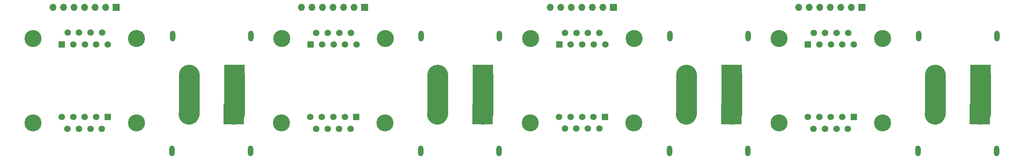
<source format=gbr>
%TF.GenerationSoftware,KiCad,Pcbnew,(6.0.7)*%
%TF.CreationDate,2024-02-08T01:47:38+01:00*%
%TF.ProjectId,RACK_CONNECTOR,5241434b-5f43-44f4-9e4e-4543544f522e,rev?*%
%TF.SameCoordinates,Original*%
%TF.FileFunction,Copper,L1,Top*%
%TF.FilePolarity,Positive*%
%FSLAX46Y46*%
G04 Gerber Fmt 4.6, Leading zero omitted, Abs format (unit mm)*
G04 Created by KiCad (PCBNEW (6.0.7)) date 2024-02-08 01:47:38*
%MOMM*%
%LPD*%
G01*
G04 APERTURE LIST*
%TA.AperFunction,ComponentPad*%
%ADD10R,1.575000X1.575000*%
%TD*%
%TA.AperFunction,ComponentPad*%
%ADD11C,1.575000*%
%TD*%
%TA.AperFunction,ComponentPad*%
%ADD12C,4.116000*%
%TD*%
%TA.AperFunction,ComponentPad*%
%ADD13C,4.916000*%
%TD*%
%TA.AperFunction,ComponentPad*%
%ADD14R,4.916000X4.916000*%
%TD*%
%TA.AperFunction,ComponentPad*%
%ADD15O,1.300000X2.600000*%
%TD*%
%TA.AperFunction,ComponentPad*%
%ADD16R,1.700000X1.700000*%
%TD*%
%TA.AperFunction,ComponentPad*%
%ADD17O,1.700000X1.700000*%
%TD*%
%TA.AperFunction,Conductor*%
%ADD18C,5.000000*%
%TD*%
G04 APERTURE END LIST*
D10*
%TO.P,J11,1,1*%
%TO.N,C1*%
X93360000Y-55190000D03*
D11*
%TO.P,J11,2,2*%
%TO.N,C2*%
X96130000Y-55190000D03*
%TO.P,J11,3,3*%
%TO.N,C3*%
X98900000Y-55190000D03*
%TO.P,J11,4,4*%
%TO.N,C4*%
X101670000Y-55190000D03*
%TO.P,J11,5,5*%
%TO.N,C5*%
X104440000Y-55190000D03*
%TO.P,J11,6,6*%
%TO.N,C6*%
X94745000Y-52350000D03*
%TO.P,J11,7,7*%
%TO.N,C7*%
X97515000Y-52350000D03*
%TO.P,J11,8,8*%
%TO.N,unconnected-(J11-Pad8)*%
X100285000Y-52350000D03*
%TO.P,J11,9,9*%
%TO.N,unconnected-(J11-Pad9)*%
X103055000Y-52350000D03*
D12*
%TO.P,J11,S1*%
%TO.N,N/C*%
X111395000Y-53770000D03*
%TO.P,J11,S2*%
X86405000Y-53770000D03*
%TD*%
D10*
%TO.P,J9,1,1*%
%TO.N,A1*%
X213350000Y-55200000D03*
D11*
%TO.P,J9,2,2*%
%TO.N,A2*%
X216120000Y-55200000D03*
%TO.P,J9,3,3*%
%TO.N,A3*%
X218890000Y-55200000D03*
%TO.P,J9,4,4*%
%TO.N,A4*%
X221660000Y-55200000D03*
%TO.P,J9,5,5*%
%TO.N,A5*%
X224430000Y-55200000D03*
%TO.P,J9,6,6*%
%TO.N,A6*%
X214735000Y-52360000D03*
%TO.P,J9,7,7*%
%TO.N,A7*%
X217505000Y-52360000D03*
%TO.P,J9,8,8*%
%TO.N,unconnected-(J9-Pad8)*%
X220275000Y-52360000D03*
%TO.P,J9,9,9*%
%TO.N,unconnected-(J9-Pad9)*%
X223045000Y-52360000D03*
D12*
%TO.P,J9,S1*%
%TO.N,N/C*%
X231385000Y-53780000D03*
%TO.P,J9,S2*%
X206395000Y-53780000D03*
%TD*%
D13*
%TO.P,J14,N,NEG*%
%TO.N,Net-(J14-PadN)*%
X243940000Y-72000000D03*
D14*
%TO.P,J14,P,POS*%
%TO.N,Net-(J14-PadP)*%
X254840000Y-72000000D03*
D15*
%TO.P,J14,S1*%
%TO.N,N/C*%
X258840000Y-80900000D03*
%TO.P,J14,S2*%
X239940000Y-80900000D03*
%TD*%
D13*
%TO.P,J15,N,NEG*%
%TO.N,Net-(J15-PadN)*%
X123930000Y-72000000D03*
D14*
%TO.P,J15,P,POS*%
%TO.N,Net-(J15-PadP)*%
X134830000Y-72000000D03*
D15*
%TO.P,J15,S1*%
%TO.N,N/C*%
X138830000Y-80900000D03*
%TO.P,J15,S2*%
X119930000Y-80900000D03*
%TD*%
D10*
%TO.P,J19,1,1*%
%TO.N,C1*%
X104385000Y-72710000D03*
D11*
%TO.P,J19,2,2*%
%TO.N,C2*%
X101615000Y-72710000D03*
%TO.P,J19,3,3*%
%TO.N,C3*%
X98845000Y-72710000D03*
%TO.P,J19,4,4*%
%TO.N,C4*%
X96075000Y-72710000D03*
%TO.P,J19,5,5*%
%TO.N,C5*%
X93305000Y-72710000D03*
%TO.P,J19,6,6*%
%TO.N,C6*%
X103000000Y-75550000D03*
%TO.P,J19,7,7*%
%TO.N,C7*%
X100230000Y-75550000D03*
%TO.P,J19,8,8*%
%TO.N,unconnected-(J19-Pad8)*%
X97460000Y-75550000D03*
%TO.P,J19,9,9*%
%TO.N,unconnected-(J19-Pad9)*%
X94690000Y-75550000D03*
D12*
%TO.P,J19,S1*%
%TO.N,N/C*%
X86350000Y-74130000D03*
%TO.P,J19,S2*%
X111340000Y-74130000D03*
%TD*%
D16*
%TO.P,J6,1,Pin_1*%
%TO.N,B1*%
X166410000Y-46230000D03*
D17*
%TO.P,J6,2,Pin_2*%
%TO.N,B2*%
X163870000Y-46230000D03*
%TO.P,J6,3,Pin_3*%
%TO.N,B3*%
X161330000Y-46230000D03*
%TO.P,J6,4,Pin_4*%
%TO.N,B4*%
X158790000Y-46230000D03*
%TO.P,J6,5,Pin_5*%
%TO.N,B5*%
X156250000Y-46230000D03*
%TO.P,J6,6,Pin_6*%
%TO.N,B6*%
X153710000Y-46230000D03*
%TO.P,J6,7,Pin_7*%
%TO.N,B7*%
X151170000Y-46230000D03*
%TD*%
D13*
%TO.P,J16,N,NEG*%
%TO.N,Net-(J16-PadN)*%
X63940000Y-71990000D03*
D14*
%TO.P,J16,P,POS*%
%TO.N,Net-(J16-PadP)*%
X74840000Y-71990000D03*
D15*
%TO.P,J16,S1*%
%TO.N,N/C*%
X78840000Y-80890000D03*
%TO.P,J16,S2*%
X59940000Y-80890000D03*
%TD*%
D13*
%TO.P,J4,N,NEG*%
%TO.N,Net-(J16-PadN)*%
X64040000Y-62540000D03*
D14*
%TO.P,J4,P,POS*%
%TO.N,Net-(J16-PadP)*%
X74940000Y-62540000D03*
D15*
%TO.P,J4,S1*%
%TO.N,N/C*%
X78940000Y-53140000D03*
%TO.P,J4,S2*%
X60040000Y-53140000D03*
%TD*%
D10*
%TO.P,J20,1,1*%
%TO.N,D1*%
X44395000Y-72740000D03*
D11*
%TO.P,J20,2,2*%
%TO.N,D2*%
X41625000Y-72740000D03*
%TO.P,J20,3,3*%
%TO.N,D3*%
X38855000Y-72740000D03*
%TO.P,J20,4,4*%
%TO.N,D4*%
X36085000Y-72740000D03*
%TO.P,J20,5,5*%
%TO.N,D5*%
X33315000Y-72740000D03*
%TO.P,J20,6,6*%
%TO.N,D6*%
X43010000Y-75580000D03*
%TO.P,J20,7,7*%
%TO.N,D7*%
X40240000Y-75580000D03*
%TO.P,J20,8,8*%
%TO.N,unconnected-(J20-Pad8)*%
X37470000Y-75580000D03*
%TO.P,J20,9,9*%
%TO.N,unconnected-(J20-Pad9)*%
X34700000Y-75580000D03*
D12*
%TO.P,J20,S1*%
%TO.N,N/C*%
X26360000Y-74160000D03*
%TO.P,J20,S2*%
X51350000Y-74160000D03*
%TD*%
D10*
%TO.P,J18,1,1*%
%TO.N,B1*%
X164395000Y-72700000D03*
D11*
%TO.P,J18,2,2*%
%TO.N,B2*%
X161625000Y-72700000D03*
%TO.P,J18,3,3*%
%TO.N,B3*%
X158855000Y-72700000D03*
%TO.P,J18,4,4*%
%TO.N,B4*%
X156085000Y-72700000D03*
%TO.P,J18,5,5*%
%TO.N,B5*%
X153315000Y-72700000D03*
%TO.P,J18,6,6*%
%TO.N,B6*%
X163010000Y-75540000D03*
%TO.P,J18,7,7*%
%TO.N,B7*%
X160240000Y-75540000D03*
%TO.P,J18,8,8*%
%TO.N,unconnected-(J18-Pad8)*%
X157470000Y-75540000D03*
%TO.P,J18,9,9*%
%TO.N,unconnected-(J18-Pad9)*%
X154700000Y-75540000D03*
D12*
%TO.P,J18,S1*%
%TO.N,N/C*%
X146360000Y-74120000D03*
%TO.P,J18,S2*%
X171350000Y-74120000D03*
%TD*%
D16*
%TO.P,J7,1,Pin_1*%
%TO.N,C1*%
X106390000Y-46225000D03*
D17*
%TO.P,J7,2,Pin_2*%
%TO.N,C2*%
X103850000Y-46225000D03*
%TO.P,J7,3,Pin_3*%
%TO.N,C3*%
X101310000Y-46225000D03*
%TO.P,J7,4,Pin_4*%
%TO.N,C4*%
X98770000Y-46225000D03*
%TO.P,J7,5,Pin_5*%
%TO.N,C5*%
X96230000Y-46225000D03*
%TO.P,J7,6,Pin_6*%
%TO.N,C6*%
X93690000Y-46225000D03*
%TO.P,J7,7,Pin_7*%
%TO.N,C7*%
X91150000Y-46225000D03*
%TD*%
D10*
%TO.P,J17,1,1*%
%TO.N,A1*%
X224385000Y-72710000D03*
D11*
%TO.P,J17,2,2*%
%TO.N,A2*%
X221615000Y-72710000D03*
%TO.P,J17,3,3*%
%TO.N,A3*%
X218845000Y-72710000D03*
%TO.P,J17,4,4*%
%TO.N,A4*%
X216075000Y-72710000D03*
%TO.P,J17,5,5*%
%TO.N,A5*%
X213305000Y-72710000D03*
%TO.P,J17,6,6*%
%TO.N,A6*%
X223000000Y-75550000D03*
%TO.P,J17,7,7*%
%TO.N,A7*%
X220230000Y-75550000D03*
%TO.P,J17,8,8*%
%TO.N,unconnected-(J17-Pad8)*%
X217460000Y-75550000D03*
%TO.P,J17,9,9*%
%TO.N,unconnected-(J17-Pad9)*%
X214690000Y-75550000D03*
D12*
%TO.P,J17,S1*%
%TO.N,N/C*%
X206350000Y-74130000D03*
%TO.P,J17,S2*%
X231340000Y-74130000D03*
%TD*%
D13*
%TO.P,J1,N,NEG*%
%TO.N,Net-(J1-PadN)*%
X184040000Y-62540000D03*
D14*
%TO.P,J1,P,POS*%
%TO.N,Net-(J1-PadP)*%
X194940000Y-62540000D03*
D15*
%TO.P,J1,S1*%
%TO.N,N/C*%
X198940000Y-53140000D03*
%TO.P,J1,S2*%
X180040000Y-53140000D03*
%TD*%
D13*
%TO.P,J3,N,NEG*%
%TO.N,Net-(J15-PadN)*%
X124040000Y-62540000D03*
D14*
%TO.P,J3,P,POS*%
%TO.N,Net-(J15-PadP)*%
X134940000Y-62540000D03*
D15*
%TO.P,J3,S1*%
%TO.N,N/C*%
X138940000Y-53140000D03*
%TO.P,J3,S2*%
X120040000Y-53140000D03*
%TD*%
D10*
%TO.P,J10,1,1*%
%TO.N,B1*%
X153350000Y-55190000D03*
D11*
%TO.P,J10,2,2*%
%TO.N,B2*%
X156120000Y-55190000D03*
%TO.P,J10,3,3*%
%TO.N,B3*%
X158890000Y-55190000D03*
%TO.P,J10,4,4*%
%TO.N,B4*%
X161660000Y-55190000D03*
%TO.P,J10,5,5*%
%TO.N,B5*%
X164430000Y-55190000D03*
%TO.P,J10,6,6*%
%TO.N,B6*%
X154735000Y-52350000D03*
%TO.P,J10,7,7*%
%TO.N,B7*%
X157505000Y-52350000D03*
%TO.P,J10,8,8*%
%TO.N,unconnected-(J10-Pad8)*%
X160275000Y-52350000D03*
%TO.P,J10,9,9*%
%TO.N,unconnected-(J10-Pad9)*%
X163045000Y-52350000D03*
D12*
%TO.P,J10,S1*%
%TO.N,N/C*%
X171385000Y-53770000D03*
%TO.P,J10,S2*%
X146395000Y-53770000D03*
%TD*%
D10*
%TO.P,J12,1,1*%
%TO.N,D1*%
X33340000Y-55160000D03*
D11*
%TO.P,J12,2,2*%
%TO.N,D2*%
X36110000Y-55160000D03*
%TO.P,J12,3,3*%
%TO.N,D3*%
X38880000Y-55160000D03*
%TO.P,J12,4,4*%
%TO.N,D4*%
X41650000Y-55160000D03*
%TO.P,J12,5,5*%
%TO.N,D5*%
X44420000Y-55160000D03*
%TO.P,J12,6,6*%
%TO.N,D6*%
X34725000Y-52320000D03*
%TO.P,J12,7,7*%
%TO.N,D7*%
X37495000Y-52320000D03*
%TO.P,J12,8,8*%
%TO.N,unconnected-(J12-Pad8)*%
X40265000Y-52320000D03*
%TO.P,J12,9,9*%
%TO.N,unconnected-(J12-Pad9)*%
X43035000Y-52320000D03*
D12*
%TO.P,J12,S1*%
%TO.N,N/C*%
X51375000Y-53740000D03*
%TO.P,J12,S2*%
X26385000Y-53740000D03*
%TD*%
D13*
%TO.P,J2,N,NEG*%
%TO.N,Net-(J14-PadN)*%
X244050000Y-62530000D03*
D14*
%TO.P,J2,P,POS*%
%TO.N,Net-(J14-PadP)*%
X254950000Y-62530000D03*
D15*
%TO.P,J2,S1*%
%TO.N,N/C*%
X258950000Y-53130000D03*
%TO.P,J2,S2*%
X240050000Y-53130000D03*
%TD*%
D16*
%TO.P,J8,1,Pin_1*%
%TO.N,D1*%
X46410000Y-46220000D03*
D17*
%TO.P,J8,2,Pin_2*%
%TO.N,D2*%
X43870000Y-46220000D03*
%TO.P,J8,3,Pin_3*%
%TO.N,D3*%
X41330000Y-46220000D03*
%TO.P,J8,4,Pin_4*%
%TO.N,D4*%
X38790000Y-46220000D03*
%TO.P,J8,5,Pin_5*%
%TO.N,D5*%
X36250000Y-46220000D03*
%TO.P,J8,6,Pin_6*%
%TO.N,D6*%
X33710000Y-46220000D03*
%TO.P,J8,7,Pin_7*%
%TO.N,D7*%
X31170000Y-46220000D03*
%TD*%
D16*
%TO.P,J5,1,Pin_1*%
%TO.N,A1*%
X226400000Y-46230000D03*
D17*
%TO.P,J5,2,Pin_2*%
%TO.N,A2*%
X223860000Y-46230000D03*
%TO.P,J5,3,Pin_3*%
%TO.N,A3*%
X221320000Y-46230000D03*
%TO.P,J5,4,Pin_4*%
%TO.N,A4*%
X218780000Y-46230000D03*
%TO.P,J5,5,Pin_5*%
%TO.N,A5*%
X216240000Y-46230000D03*
%TO.P,J5,6,Pin_6*%
%TO.N,A6*%
X213700000Y-46230000D03*
%TO.P,J5,7,Pin_7*%
%TO.N,A7*%
X211160000Y-46230000D03*
%TD*%
D13*
%TO.P,J13,N,NEG*%
%TO.N,Net-(J1-PadN)*%
X183930000Y-72000000D03*
D14*
%TO.P,J13,P,POS*%
%TO.N,Net-(J1-PadP)*%
X194830000Y-72000000D03*
D15*
%TO.P,J13,S1*%
%TO.N,N/C*%
X198830000Y-80900000D03*
%TO.P,J13,S2*%
X179930000Y-80900000D03*
%TD*%
D18*
%TO.N,Net-(J16-PadN)*%
X64040000Y-62540000D02*
X64040000Y-71890000D01*
X64040000Y-71890000D02*
X63940000Y-71990000D01*
%TO.N,Net-(J16-PadP)*%
X74940000Y-71890000D02*
X74840000Y-71990000D01*
X74940000Y-62540000D02*
X74940000Y-71890000D01*
%TO.N,Net-(J15-PadN)*%
X124040000Y-71890000D02*
X123930000Y-72000000D01*
X124040000Y-62540000D02*
X124040000Y-71890000D01*
%TO.N,Net-(J15-PadP)*%
X134940000Y-62540000D02*
X134940000Y-71890000D01*
X134940000Y-71890000D02*
X134830000Y-72000000D01*
%TO.N,Net-(J1-PadN)*%
X184040000Y-62540000D02*
X184040000Y-71890000D01*
X184040000Y-71890000D02*
X183930000Y-72000000D01*
%TO.N,Net-(J1-PadP)*%
X194940000Y-71890000D02*
X194830000Y-72000000D01*
X194940000Y-62540000D02*
X194940000Y-71890000D01*
%TO.N,Net-(J14-PadN)*%
X244050000Y-71890000D02*
X243940000Y-72000000D01*
X244050000Y-62530000D02*
X244050000Y-71890000D01*
%TO.N,Net-(J14-PadP)*%
X254950000Y-71890000D02*
X254840000Y-72000000D01*
X254950000Y-62530000D02*
X254950000Y-71890000D01*
%TD*%
M02*

</source>
